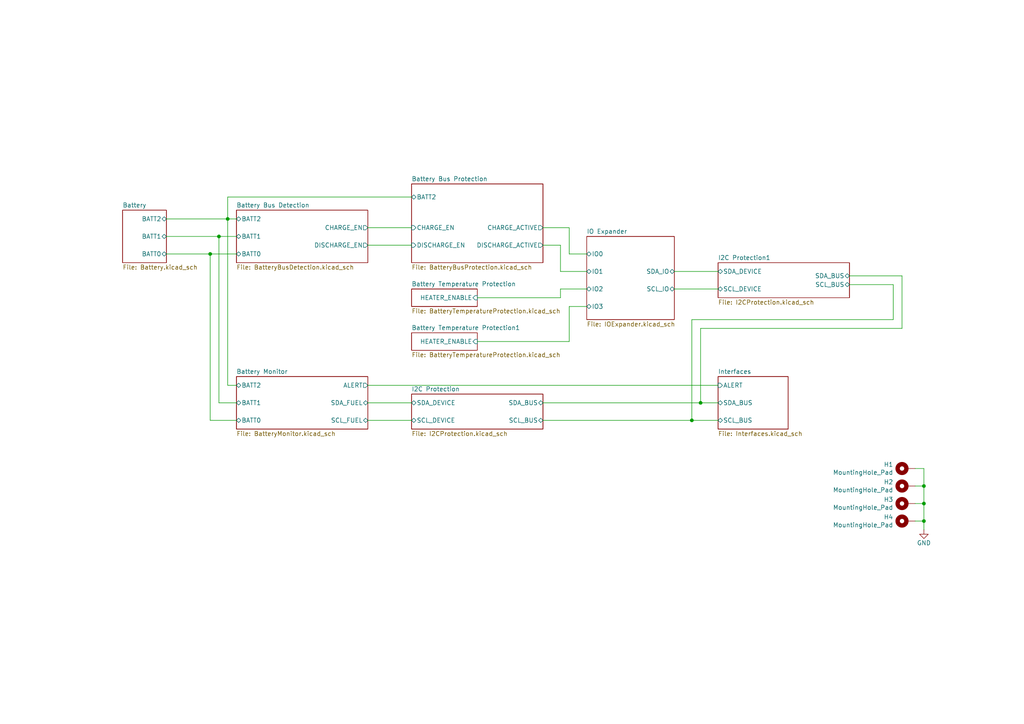
<source format=kicad_sch>
(kicad_sch (version 20231120) (generator "eeschema") (generator_version "8.0")
  (paper "A4")
  (lib_symbols
    (symbol "Mechanical:MountingHole_Pad" (pin_numbers hide) (pin_names (offset 1.016) hide) (exclude_from_sim yes) (in_bom no)
      (property "Reference" "H" (at 0 6.35 0))
      (property "Value" "MountingHole_Pad" (at 0 4.445 0))
      (symbol "MountingHole_Pad_0_1"
        (circle (center 0 1.27) (radius 1.27) (stroke (width 1.27)))
      )
      (symbol "MountingHole_Pad_1_1"
        (pin input line (at 0 -2.54 90) (length 2.54) (name "1") (number "1"))
      )
    )
    (symbol "power:GND" (power) (pin_numbers hide) (pin_names (offset 0) hide)
      (property "Value" "GND" (at 0 -3.81 0))
      (symbol "GND_0_1"
        (polyline (pts (xy 0 0) (xy 0 -1.27) (xy 1.27 -1.27) (xy 0 -2.54) (xy -1.27 -1.27) (xy 0 -1.27)))
      )
      (symbol "GND_1_1"
        (pin power_in line (at 0 0 270) (length 0) (name "~") (number "1"))
      )
    )
  )
  (junction (at 200.66 121.92))
  (junction (at 267.97 146.05))
  (junction (at 267.97 140.97))
  (junction (at 63.5 68.58))
  (junction (at 60.96 73.66))
  (junction (at 66.04 63.5))
  (junction (at 267.97 151.13))
  (junction (at 203.2 116.84))
  (wire (pts (xy 162.56 71.12) (xy 157.48 71.12)))
  (wire (pts (xy 170.18 88.9) (xy 165.1 88.9)))
  (wire (pts (xy 63.5 68.58) (xy 68.58 68.58)))
  (wire (pts (xy 259.08 92.71) (xy 200.66 92.71)))
  (wire (pts (xy 267.97 140.97) (xy 267.97 146.05)))
  (wire (pts (xy 63.5 116.84) (xy 63.5 68.58)))
  (wire (pts (xy 60.96 121.92) (xy 60.96 73.66)))
  (wire (pts (xy 170.18 83.82) (xy 162.56 83.82)))
  (wire (pts (xy 106.68 71.12) (xy 119.38 71.12)))
  (wire (pts (xy 66.04 63.5) (xy 68.58 63.5)))
  (wire (pts (xy 246.38 80.01) (xy 261.62 80.01)))
  (wire (pts (xy 162.56 78.74) (xy 162.56 71.12)))
  (wire (pts (xy 138.43 86.36) (xy 162.56 86.36)))
  (wire (pts (xy 138.43 99.06) (xy 165.1 99.06)))
  (wire (pts (xy 267.97 146.05) (xy 267.97 151.13)))
  (wire (pts (xy 195.58 83.82) (xy 208.28 83.82)))
  (wire (pts (xy 170.18 73.66) (xy 165.1 73.66)))
  (wire (pts (xy 203.2 116.84) (xy 203.2 95.25)))
  (wire (pts (xy 48.26 68.58) (xy 63.5 68.58)))
  (wire (pts (xy 165.1 88.9) (xy 165.1 99.06)))
  (wire (pts (xy 68.58 121.92) (xy 60.96 121.92)))
  (wire (pts (xy 265.43 140.97) (xy 267.97 140.97)))
  (wire (pts (xy 68.58 116.84) (xy 63.5 116.84)))
  (wire (pts (xy 48.26 63.5) (xy 66.04 63.5)))
  (wire (pts (xy 200.66 92.71) (xy 200.66 121.92)))
  (wire (pts (xy 259.08 82.55) (xy 259.08 92.71)))
  (wire (pts (xy 66.04 111.76) (xy 66.04 63.5)))
  (wire (pts (xy 66.04 57.15) (xy 66.04 63.5)))
  (wire (pts (xy 265.43 151.13) (xy 267.97 151.13)))
  (wire (pts (xy 106.68 116.84) (xy 119.38 116.84)))
  (wire (pts (xy 162.56 83.82) (xy 162.56 86.36)))
  (wire (pts (xy 200.66 121.92) (xy 208.28 121.92)))
  (wire (pts (xy 265.43 146.05) (xy 267.97 146.05)))
  (wire (pts (xy 203.2 95.25) (xy 261.62 95.25)))
  (wire (pts (xy 48.26 73.66) (xy 60.96 73.66)))
  (wire (pts (xy 157.48 121.92) (xy 200.66 121.92)))
  (wire (pts (xy 195.58 78.74) (xy 208.28 78.74)))
  (wire (pts (xy 106.68 121.92) (xy 119.38 121.92)))
  (wire (pts (xy 203.2 116.84) (xy 208.28 116.84)))
  (wire (pts (xy 106.68 111.76) (xy 208.28 111.76)))
  (wire (pts (xy 165.1 66.04) (xy 157.48 66.04)))
  (wire (pts (xy 68.58 111.76) (xy 66.04 111.76)))
  (wire (pts (xy 119.38 57.15) (xy 66.04 57.15)))
  (wire (pts (xy 157.48 116.84) (xy 203.2 116.84)))
  (wire (pts (xy 165.1 73.66) (xy 165.1 66.04)))
  (wire (pts (xy 106.68 66.04) (xy 119.38 66.04)))
  (wire (pts (xy 265.43 135.89) (xy 267.97 135.89)))
  (wire (pts (xy 246.38 82.55) (xy 259.08 82.55)))
  (wire (pts (xy 170.18 78.74) (xy 162.56 78.74)))
  (wire (pts (xy 60.96 73.66) (xy 68.58 73.66)))
  (wire (pts (xy 267.97 151.13) (xy 267.97 153.67)))
  (wire (pts (xy 267.97 135.89) (xy 267.97 140.97)))
  (wire (pts (xy 261.62 95.25) (xy 261.62 80.01)))
  (symbol (lib_id "Mechanical:MountingHole_Pad") (at 262.89 151.13 90) (mirror x) (unit 1)
    (property "Reference" "H4" (at 259.08 149.9616 90) (effects (justify left)))
    (property "Value" "MountingHole_Pad" (at 259.08 152.273 90) (effects (justify left)))
    (property "Footprint" "MountingHole:MountingHole_3.2mm_M3_Pad_TopBottom" (effects (hide yes)))
    (property "Description" "Mounting Hole with connection" (effects (hide yes)))
    (property "DNP" "DNP" (effects (hide yes)))
  )
  (symbol (lib_id "power:GND") (at 267.97 153.67 0) (unit 1)
    (property "Reference" "#PWR047" (effects (hide yes)))
    (property "Value" "GND" (at 267.97 157.48 0))
    (property "Description" "Power symbol creates a global label with name \"GND\" , ground" (effects (hide yes)))
  )
  (symbol (lib_id "Mechanical:MountingHole_Pad") (at 262.89 146.05 90) (mirror x) (unit 1)
    (property "Reference" "H3" (at 259.08 144.8816 90) (effects (justify left)))
    (property "Value" "MountingHole_Pad" (at 259.08 147.193 90) (effects (justify left)))
    (property "Footprint" "MountingHole:MountingHole_3.2mm_M3_Pad_TopBottom" (effects (hide yes)))
    (property "Description" "Mounting Hole with connection" (effects (hide yes)))
    (property "DNP" "DNP" (effects (hide yes)))
  )
  (symbol (lib_id "Mechanical:MountingHole_Pad") (at 262.89 140.97 90) (mirror x) (unit 1)
    (property "Reference" "H2" (at 259.08 139.8016 90) (effects (justify left)))
    (property "Value" "MountingHole_Pad" (at 259.08 142.113 90) (effects (justify left)))
    (property "Footprint" "MountingHole:MountingHole_3.2mm_M3_Pad_TopBottom" (effects (hide yes)))
    (property "Description" "Mounting Hole with connection" (effects (hide yes)))
    (property "DNP" "DNP" (effects (hide yes)))
  )
  (symbol (lib_id "Mechanical:MountingHole_Pad") (at 262.89 135.89 90) (mirror x) (unit 1)
    (property "Reference" "H1" (at 259.08 134.7216 90) (effects (justify left)))
    (property "Value" "MountingHole_Pad" (at 259.08 137.033 90) (effects (justify left)))
    (property "Footprint" "MountingHole:MountingHole_3.2mm_M3_Pad_TopBottom" (effects (hide yes)))
    (property "Description" "Mounting Hole with connection" (effects (hide yes)))
    (property "DNP" "DNP" (effects (hide yes)))
  )
  (sheet (at 119.38 53.34) (size 38.1 22.86) (stroke (width 0.1524))
    (property "Sheetname" "Battery Bus Protection" (at 119.38 52.6284 0) (effects (justify left bottom)))
    (property "Sheetfile" "BatteryBusProtection.kicad_sch" (at 119.38 76.7846 0) (effects (justify left top)))
    (pin "DISCHARGE_ACTIVE" output (at 157.48 71.12 0))
    (pin "CHARGE_EN" input (at 119.38 66.04 180))
    (pin "CHARGE_ACTIVE" output (at 157.48 66.04 0))
    (pin "BATT2" bidirectional (at 119.38 57.15 180))
    (pin "DISCHARGE_EN" input (at 119.38 71.12 180))
  )
  (sheet (at 208.28 76.2) (size 38.1 10.16) (stroke (width 0.1524))
    (property "Sheetname" "I2C Protection1" (at 208.28 75.4884 0) (effects (justify left bottom)))
    (property "Sheetfile" "I2CProtection.kicad_sch" (at 208.28 86.9446 0) (effects (justify left top)))
    (pin "SDA_DEVICE" bidirectional (at 208.28 78.74 180))
    (pin "SCL_DEVICE" bidirectional (at 208.28 83.82 180))
    (pin "SDA_BUS" bidirectional (at 246.38 80.01 0))
    (pin "SCL_BUS" bidirectional (at 246.38 82.55 0))
  )
  (sheet (at 119.38 114.3) (size 38.1 10.16) (stroke (width 0.1524))
    (property "Sheetname" "I2C Protection" (at 119.38 113.5884 0) (effects (justify left bottom)))
    (property "Sheetfile" "I2CProtection.kicad_sch" (at 119.38 125.0446 0) (effects (justify left top)))
    (pin "SDA_DEVICE" bidirectional (at 119.38 116.84 180))
    (pin "SCL_DEVICE" bidirectional (at 119.38 121.92 180))
    (pin "SDA_BUS" bidirectional (at 157.48 116.84 0))
    (pin "SCL_BUS" bidirectional (at 157.48 121.92 0))
  )
  (sheet (at 68.58 60.96) (size 38.1 15.24) (stroke (width 0.1524))
    (property "Sheetname" "Battery Bus Detection" (at 68.58 60.2484 0) (effects (justify left bottom)))
    (property "Sheetfile" "BatteryBusDetection.kicad_sch" (at 68.58 76.7846 0) (effects (justify left top)))
    (pin "CHARGE_EN" output (at 106.68 66.04 0))
    (pin "DISCHARGE_EN" output (at 106.68 71.12 0))
    (pin "BATT1" bidirectional (at 68.58 68.58 180))
    (pin "BATT2" bidirectional (at 68.58 63.5 180))
    (pin "BATT0" bidirectional (at 68.58 73.66 180))
  )
  (sheet (at 119.38 83.82) (size 19.05 5.08) (stroke (width 0.1524))
    (property "Sheetname" "Battery Temperature Protection" (at 119.38 83.1084 0) (effects (justify left bottom)))
    (property "Sheetfile" "BatteryTemperatureProtection.kicad_sch" (at 119.38 89.4846 0) (effects (justify left top)))
    (pin "HEATER_ENABLE" input (at 138.43 86.36 0))
  )
  (sheet (at 35.56 60.96) (size 12.7 15.24) (stroke (width 0.1524))
    (property "Sheetname" "Battery" (at 35.56 60.2484 0) (effects (justify left bottom)))
    (property "Sheetfile" "Battery.kicad_sch" (at 35.56 76.7846 0) (effects (justify left top)))
    (pin "BATT1" bidirectional (at 48.26 68.58 0))
    (pin "BATT2" bidirectional (at 48.26 63.5 0))
    (pin "BATT0" bidirectional (at 48.26 73.66 0))
  )
  (sheet (at 68.58 109.22) (size 38.1 15.24) (stroke (width 0.1524))
    (property "Sheetname" "Battery Monitor" (at 68.58 108.5084 0) (effects (justify left bottom)))
    (property "Sheetfile" "BatteryMonitor.kicad_sch" (at 68.58 125.0446 0) (effects (justify left top)))
    (pin "BATT2" bidirectional (at 68.58 111.76 180))
    (pin "BATT1" bidirectional (at 68.58 116.84 180))
    (pin "BATT0" bidirectional (at 68.58 121.92 180))
    (pin "SDA_FUEL" bidirectional (at 106.68 116.84 0))
    (pin "SCL_FUEL" bidirectional (at 106.68 121.92 0))
    (pin "ALERT" output (at 106.68 111.76 0))
  )
  (sheet (at 119.38 96.52) (size 19.05 5.08) (stroke (width 0.1524))
    (property "Sheetname" "Battery Temperature Protection1" (at 119.38 95.8084 0) (effects (justify left bottom)))
    (property "Sheetfile" "BatteryTemperatureProtection.kicad_sch" (at 119.38 102.1846 0) (effects (justify left top)))
    (pin "HEATER_ENABLE" input (at 138.43 99.06 0))
  )
  (sheet (at 208.28 109.22) (size 20.32 15.24) (stroke (width 0.1524))
    (property "Sheetname" "Interfaces" (at 208.28 108.5084 0) (effects (justify left bottom)))
    (property "Sheetfile" "Interfaces.kicad_sch" (at 208.28 125.0446 0) (effects (justify left top)))
    (pin "SDA_BUS" bidirectional (at 208.28 116.84 180))
    (pin "SCL_BUS" bidirectional (at 208.28 121.92 180))
    (pin "ALERT" input (at 208.28 111.76 180))
  )
  (sheet (at 170.18 68.58) (size 25.4 24.13) (stroke (width 0.1524))
    (property "Sheetname" "IO Expander" (at 170.18 67.8684 0) (effects (justify left bottom)))
    (property "Sheetfile" "IOExpander.kicad_sch" (at 170.18 93.2946 0) (effects (justify left top)))
    (pin "SDA_IO" bidirectional (at 195.58 78.74 0))
    (pin "SCL_IO" bidirectional (at 195.58 83.82 0))
    (pin "IO0" bidirectional (at 170.18 73.66 180))
    (pin "IO1" bidirectional (at 170.18 78.74 180))
    (pin "IO2" bidirectional (at 170.18 83.82 180))
    (pin "IO3" bidirectional (at 170.18 88.9 180))
  )
)
</source>
